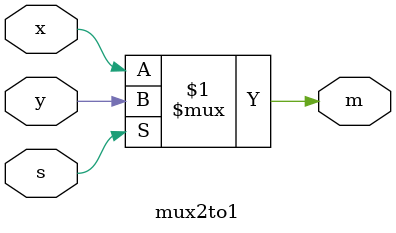
<source format=v>
/**************************************** 
Verilog code for 8-bit rotating register 
****************************************/

`timescale 1ns / 1ns // `timescale time_unit/time_precision

module Lab4_3(SW, KEY, LEDR);
	input [9:0] SW;
	input [3:0] KEY; 
	output [7:0] LEDR; 

	wire [7:0] Q;
	
	reg out;
	always @(*)
	begin
		case (KEY[3]) // KEY[3]=ASRight
			1'b0: out = Q[0];
			1'b1: out = Q[7];
		endcase
	end		

	SubCircuit b0(
		.right(Q[7]),
		.left(Q[1]),
		.LoadLeft(KEY[2]), // KEY[2]=RotateRight
		.D(SW[0]),
		.loadn(KEY[1]), // KEY[1]=ParallelLoadn
		.clock(~KEY[0]),
		.reset(SW[9]),
		.Q(Q[0])
	);

	SubCircuit b1(
		.right(Q[0]),
		.left(Q[2]),
		.LoadLeft(KEY[2]), // KEY[2]=RotateRight
		.D(SW[1]),
		.loadn(KEY[1]), // KEY[1]=ParallelLoadn
		.clock(~KEY[0]),
		.reset(SW[9]),
		.Q(Q[1])
	);

	SubCircuit b2(
		.right(Q[1]),
		.left(Q[3]),
		.LoadLeft(KEY[2]), // KEY[2]=RotateRight
		.D(SW[2]),
		.loadn(KEY[1]), // KEY[1]=ParallelLoadn
		.clock(~KEY[0]),
		.reset(SW[9]),
		.Q(Q[2])
	);

	SubCircuit b3(
		.right(Q[2]),
		.left(Q[4]),
		.LoadLeft(KEY[2]), // KEY[2]=RotateRight
		.D(SW[3]),
		.loadn(KEY[1]), // KEY[1]=ParallelLoadn
		.clock(~KEY[0]),
		.reset(SW[9]),
		.Q(Q[3])
	);

	SubCircuit b4(
		.right(Q[3]),
		.left(Q[5]),
		.LoadLeft(KEY[2]), // KEY[2]=RotateRight
		.D(SW[4]),
		.loadn(KEY[1]), // KEY[1]=ParallelLoadn
		.clock(~KEY[0]),
		.reset(SW[9]),
		.Q(Q[4])
	);

	SubCircuit b5(
		.right(Q[4]),
		.left(Q[6]),
		.LoadLeft(KEY[2]), // KEY[2]=RotateRight
		.D(SW[5]),
		.loadn(KEY[1]), // KEY[1]=ParallelLoadn
		.clock(~KEY[0]),
		.reset(SW[9]),
		.Q(Q[5])
	);

	SubCircuit b6(
		.right(Q[5]),
		.left(Q[7]),
		.LoadLeft(KEY[2]), // KEY[2]=RotateRight
		.D(SW[6]),
		.loadn(KEY[1]), // KEY[1]=ParallelLoadn
		.clock(~KEY[0]),
		.reset(SW[9]),
		.Q(Q[6])
	);

	SubCircuit b7(
		.right(Q[6]),
		.left(out),
		.LoadLeft(KEY[2]), // KEY[2]=RotateRight
		.D(SW[7]),
		.loadn(KEY[1]), // KEY[1]=ParallelLoadn
		.clock(~KEY[0]),
		.reset(SW[9]),
		.Q(Q[7])
	);
	
	assign LEDR = Q;

endmodule

module SubCircuit(right, left, LoadLeft, D, loadn, clock, reset, Q);
	input right, left, LoadLeft, D, loadn, clock, reset; 
	output Q;
	wire w1,  w2;

	mux2to1 u0(
		.x(right),
		.y(left),
		.s(LoadLeft),
		.m(w1)
	);

	mux2to1 u1(
		.x(D),
		.y(w1),
		.s(loadn),
		.m(w2)
	);

	DFlipFlop d0(
		.D(w2),
		.clock(clock),
		.reset(reset),
		.Q(Q)
	);

endmodule

// registers 1 bit
module  DFlipFlop(D, clock, reset, Q);
	input D, clock, reset;
	output Q;
	
	reg Q;
	always@(posedge clock)
	begin
		if(reset==1'b1) // active high synchronous reset
			Q <= 1'b0;
		else 
			Q <= D;
	end

endmodule

// 2 to 1 multiplexer
module mux2to1(x, y, s, m);
	input x, y, s; 
	output m;
	
	assign m = s ? y : x;

endmodule
</source>
